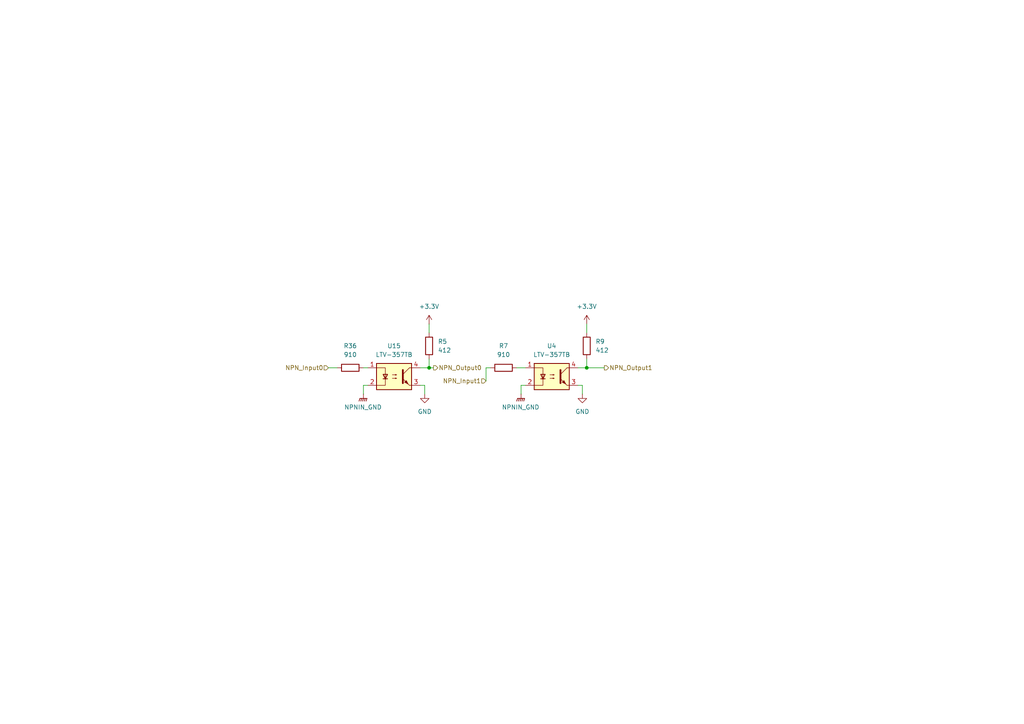
<source format=kicad_sch>
(kicad_sch
	(version 20250114)
	(generator "eeschema")
	(generator_version "9.0")
	(uuid "7efdc362-bb89-49bb-9e12-8599c529ea76")
	(paper "A4")
	(lib_symbols
		(symbol "Device:R"
			(pin_numbers
				(hide yes)
			)
			(pin_names
				(offset 0)
			)
			(exclude_from_sim no)
			(in_bom yes)
			(on_board yes)
			(property "Reference" "R"
				(at 2.032 0 90)
				(effects
					(font
						(size 1.27 1.27)
					)
				)
			)
			(property "Value" "R"
				(at 0 0 90)
				(effects
					(font
						(size 1.27 1.27)
					)
				)
			)
			(property "Footprint" ""
				(at -1.778 0 90)
				(effects
					(font
						(size 1.27 1.27)
					)
					(hide yes)
				)
			)
			(property "Datasheet" "~"
				(at 0 0 0)
				(effects
					(font
						(size 1.27 1.27)
					)
					(hide yes)
				)
			)
			(property "Description" "Resistor"
				(at 0 0 0)
				(effects
					(font
						(size 1.27 1.27)
					)
					(hide yes)
				)
			)
			(property "ki_keywords" "R res resistor"
				(at 0 0 0)
				(effects
					(font
						(size 1.27 1.27)
					)
					(hide yes)
				)
			)
			(property "ki_fp_filters" "R_*"
				(at 0 0 0)
				(effects
					(font
						(size 1.27 1.27)
					)
					(hide yes)
				)
			)
			(symbol "R_0_1"
				(rectangle
					(start -1.016 -2.54)
					(end 1.016 2.54)
					(stroke
						(width 0.254)
						(type default)
					)
					(fill
						(type none)
					)
				)
			)
			(symbol "R_1_1"
				(pin passive line
					(at 0 3.81 270)
					(length 1.27)
					(name "~"
						(effects
							(font
								(size 1.27 1.27)
							)
						)
					)
					(number "1"
						(effects
							(font
								(size 1.27 1.27)
							)
						)
					)
				)
				(pin passive line
					(at 0 -3.81 90)
					(length 1.27)
					(name "~"
						(effects
							(font
								(size 1.27 1.27)
							)
						)
					)
					(number "2"
						(effects
							(font
								(size 1.27 1.27)
							)
						)
					)
				)
			)
			(embedded_fonts no)
		)
		(symbol "Isolator:LTV-357T"
			(pin_names
				(offset 1.016)
			)
			(exclude_from_sim no)
			(in_bom yes)
			(on_board yes)
			(property "Reference" "U"
				(at -5.334 4.826 0)
				(effects
					(font
						(size 1.27 1.27)
					)
					(justify left)
				)
			)
			(property "Value" "LTV-357T"
				(at 0 5.08 0)
				(effects
					(font
						(size 1.27 1.27)
					)
					(justify left)
				)
			)
			(property "Footprint" "Package_SO:SO-4_4.4x3.6mm_P2.54mm"
				(at -5.08 -5.08 0)
				(effects
					(font
						(size 1.27 1.27)
						(italic yes)
					)
					(justify left)
					(hide yes)
				)
			)
			(property "Datasheet" "https://www.buerklin.com/medias/sys_master/download/download/h91/ha0/8892020588574.pdf"
				(at 0 0 0)
				(effects
					(font
						(size 1.27 1.27)
					)
					(justify left)
					(hide yes)
				)
			)
			(property "Description" "DC Optocoupler, Vce 35V, CTR 50%, SO-4"
				(at 0 0 0)
				(effects
					(font
						(size 1.27 1.27)
					)
					(hide yes)
				)
			)
			(property "ki_keywords" "NPN DC Optocoupler"
				(at 0 0 0)
				(effects
					(font
						(size 1.27 1.27)
					)
					(hide yes)
				)
			)
			(property "ki_fp_filters" "SO*4.4x3.6mm*P2.54mm*"
				(at 0 0 0)
				(effects
					(font
						(size 1.27 1.27)
					)
					(hide yes)
				)
			)
			(symbol "LTV-357T_0_1"
				(rectangle
					(start -5.08 3.81)
					(end 5.08 -3.81)
					(stroke
						(width 0.254)
						(type default)
					)
					(fill
						(type background)
					)
				)
				(polyline
					(pts
						(xy -5.08 2.54) (xy -2.54 2.54) (xy -2.54 -0.762)
					)
					(stroke
						(width 0)
						(type default)
					)
					(fill
						(type none)
					)
				)
				(polyline
					(pts
						(xy -3.175 -0.635) (xy -1.905 -0.635)
					)
					(stroke
						(width 0.254)
						(type default)
					)
					(fill
						(type none)
					)
				)
				(polyline
					(pts
						(xy -2.54 -0.635) (xy -2.54 -2.54) (xy -5.08 -2.54)
					)
					(stroke
						(width 0)
						(type default)
					)
					(fill
						(type none)
					)
				)
				(polyline
					(pts
						(xy -2.54 -0.635) (xy -3.175 0.635) (xy -1.905 0.635) (xy -2.54 -0.635)
					)
					(stroke
						(width 0.254)
						(type default)
					)
					(fill
						(type none)
					)
				)
				(polyline
					(pts
						(xy -0.508 0.508) (xy 0.762 0.508) (xy 0.381 0.381) (xy 0.381 0.635) (xy 0.762 0.508)
					)
					(stroke
						(width 0)
						(type default)
					)
					(fill
						(type none)
					)
				)
				(polyline
					(pts
						(xy -0.508 -0.508) (xy 0.762 -0.508) (xy 0.381 -0.635) (xy 0.381 -0.381) (xy 0.762 -0.508)
					)
					(stroke
						(width 0)
						(type default)
					)
					(fill
						(type none)
					)
				)
				(polyline
					(pts
						(xy 2.54 1.905) (xy 2.54 -1.905) (xy 2.54 -1.905)
					)
					(stroke
						(width 0.508)
						(type default)
					)
					(fill
						(type none)
					)
				)
				(polyline
					(pts
						(xy 2.54 0.635) (xy 4.445 2.54)
					)
					(stroke
						(width 0)
						(type default)
					)
					(fill
						(type none)
					)
				)
				(polyline
					(pts
						(xy 3.048 -1.651) (xy 3.556 -1.143) (xy 4.064 -2.159) (xy 3.048 -1.651) (xy 3.048 -1.651)
					)
					(stroke
						(width 0)
						(type default)
					)
					(fill
						(type outline)
					)
				)
				(polyline
					(pts
						(xy 4.445 2.54) (xy 5.08 2.54)
					)
					(stroke
						(width 0)
						(type default)
					)
					(fill
						(type none)
					)
				)
				(polyline
					(pts
						(xy 4.445 -2.54) (xy 2.54 -0.635)
					)
					(stroke
						(width 0)
						(type default)
					)
					(fill
						(type outline)
					)
				)
				(polyline
					(pts
						(xy 4.445 -2.54) (xy 5.08 -2.54)
					)
					(stroke
						(width 0)
						(type default)
					)
					(fill
						(type none)
					)
				)
			)
			(symbol "LTV-357T_1_1"
				(pin passive line
					(at -7.62 2.54 0)
					(length 2.54)
					(name "~"
						(effects
							(font
								(size 1.27 1.27)
							)
						)
					)
					(number "1"
						(effects
							(font
								(size 1.27 1.27)
							)
						)
					)
				)
				(pin passive line
					(at -7.62 -2.54 0)
					(length 2.54)
					(name "~"
						(effects
							(font
								(size 1.27 1.27)
							)
						)
					)
					(number "2"
						(effects
							(font
								(size 1.27 1.27)
							)
						)
					)
				)
				(pin passive line
					(at 7.62 2.54 180)
					(length 2.54)
					(name "~"
						(effects
							(font
								(size 1.27 1.27)
							)
						)
					)
					(number "4"
						(effects
							(font
								(size 1.27 1.27)
							)
						)
					)
				)
				(pin passive line
					(at 7.62 -2.54 180)
					(length 2.54)
					(name "~"
						(effects
							(font
								(size 1.27 1.27)
							)
						)
					)
					(number "3"
						(effects
							(font
								(size 1.27 1.27)
							)
						)
					)
				)
			)
			(embedded_fonts no)
		)
		(symbol "power:+3.3V"
			(power)
			(pin_numbers
				(hide yes)
			)
			(pin_names
				(offset 0)
				(hide yes)
			)
			(exclude_from_sim no)
			(in_bom yes)
			(on_board yes)
			(property "Reference" "#PWR"
				(at 0 -3.81 0)
				(effects
					(font
						(size 1.27 1.27)
					)
					(hide yes)
				)
			)
			(property "Value" "+3.3V"
				(at 0 3.556 0)
				(effects
					(font
						(size 1.27 1.27)
					)
				)
			)
			(property "Footprint" ""
				(at 0 0 0)
				(effects
					(font
						(size 1.27 1.27)
					)
					(hide yes)
				)
			)
			(property "Datasheet" ""
				(at 0 0 0)
				(effects
					(font
						(size 1.27 1.27)
					)
					(hide yes)
				)
			)
			(property "Description" "Power symbol creates a global label with name \"+3.3V\""
				(at 0 0 0)
				(effects
					(font
						(size 1.27 1.27)
					)
					(hide yes)
				)
			)
			(property "ki_keywords" "global power"
				(at 0 0 0)
				(effects
					(font
						(size 1.27 1.27)
					)
					(hide yes)
				)
			)
			(symbol "+3.3V_0_1"
				(polyline
					(pts
						(xy -0.762 1.27) (xy 0 2.54)
					)
					(stroke
						(width 0)
						(type default)
					)
					(fill
						(type none)
					)
				)
				(polyline
					(pts
						(xy 0 2.54) (xy 0.762 1.27)
					)
					(stroke
						(width 0)
						(type default)
					)
					(fill
						(type none)
					)
				)
				(polyline
					(pts
						(xy 0 0) (xy 0 2.54)
					)
					(stroke
						(width 0)
						(type default)
					)
					(fill
						(type none)
					)
				)
			)
			(symbol "+3.3V_1_1"
				(pin power_in line
					(at 0 0 90)
					(length 0)
					(name "~"
						(effects
							(font
								(size 1.27 1.27)
							)
						)
					)
					(number "1"
						(effects
							(font
								(size 1.27 1.27)
							)
						)
					)
				)
			)
			(embedded_fonts no)
		)
		(symbol "power:GND"
			(power)
			(pin_numbers
				(hide yes)
			)
			(pin_names
				(offset 0)
				(hide yes)
			)
			(exclude_from_sim no)
			(in_bom yes)
			(on_board yes)
			(property "Reference" "#PWR"
				(at 0 -6.35 0)
				(effects
					(font
						(size 1.27 1.27)
					)
					(hide yes)
				)
			)
			(property "Value" "GND"
				(at 0 -3.81 0)
				(effects
					(font
						(size 1.27 1.27)
					)
				)
			)
			(property "Footprint" ""
				(at 0 0 0)
				(effects
					(font
						(size 1.27 1.27)
					)
					(hide yes)
				)
			)
			(property "Datasheet" ""
				(at 0 0 0)
				(effects
					(font
						(size 1.27 1.27)
					)
					(hide yes)
				)
			)
			(property "Description" "Power symbol creates a global label with name \"GND\" , ground"
				(at 0 0 0)
				(effects
					(font
						(size 1.27 1.27)
					)
					(hide yes)
				)
			)
			(property "ki_keywords" "global power"
				(at 0 0 0)
				(effects
					(font
						(size 1.27 1.27)
					)
					(hide yes)
				)
			)
			(symbol "GND_0_1"
				(polyline
					(pts
						(xy 0 0) (xy 0 -1.27) (xy 1.27 -1.27) (xy 0 -2.54) (xy -1.27 -1.27) (xy 0 -1.27)
					)
					(stroke
						(width 0)
						(type default)
					)
					(fill
						(type none)
					)
				)
			)
			(symbol "GND_1_1"
				(pin power_in line
					(at 0 0 270)
					(length 0)
					(name "~"
						(effects
							(font
								(size 1.27 1.27)
							)
						)
					)
					(number "1"
						(effects
							(font
								(size 1.27 1.27)
							)
						)
					)
				)
			)
			(embedded_fonts no)
		)
		(symbol "power:GNDPWR"
			(power)
			(pin_numbers
				(hide yes)
			)
			(pin_names
				(offset 0)
				(hide yes)
			)
			(exclude_from_sim no)
			(in_bom yes)
			(on_board yes)
			(property "Reference" "#PWR"
				(at 0 -5.08 0)
				(effects
					(font
						(size 1.27 1.27)
					)
					(hide yes)
				)
			)
			(property "Value" "GNDPWR"
				(at 0 -3.302 0)
				(effects
					(font
						(size 1.27 1.27)
					)
				)
			)
			(property "Footprint" ""
				(at 0 -1.27 0)
				(effects
					(font
						(size 1.27 1.27)
					)
					(hide yes)
				)
			)
			(property "Datasheet" ""
				(at 0 -1.27 0)
				(effects
					(font
						(size 1.27 1.27)
					)
					(hide yes)
				)
			)
			(property "Description" "Power symbol creates a global label with name \"GNDPWR\" , global ground"
				(at 0 0 0)
				(effects
					(font
						(size 1.27 1.27)
					)
					(hide yes)
				)
			)
			(property "ki_keywords" "global ground"
				(at 0 0 0)
				(effects
					(font
						(size 1.27 1.27)
					)
					(hide yes)
				)
			)
			(symbol "GNDPWR_0_1"
				(polyline
					(pts
						(xy -1.016 -1.27) (xy -1.27 -2.032) (xy -1.27 -2.032)
					)
					(stroke
						(width 0.2032)
						(type default)
					)
					(fill
						(type none)
					)
				)
				(polyline
					(pts
						(xy -0.508 -1.27) (xy -0.762 -2.032) (xy -0.762 -2.032)
					)
					(stroke
						(width 0.2032)
						(type default)
					)
					(fill
						(type none)
					)
				)
				(polyline
					(pts
						(xy 0 -1.27) (xy 0 0)
					)
					(stroke
						(width 0)
						(type default)
					)
					(fill
						(type none)
					)
				)
				(polyline
					(pts
						(xy 0 -1.27) (xy -0.254 -2.032) (xy -0.254 -2.032)
					)
					(stroke
						(width 0.2032)
						(type default)
					)
					(fill
						(type none)
					)
				)
				(polyline
					(pts
						(xy 0.508 -1.27) (xy 0.254 -2.032) (xy 0.254 -2.032)
					)
					(stroke
						(width 0.2032)
						(type default)
					)
					(fill
						(type none)
					)
				)
				(polyline
					(pts
						(xy 1.016 -1.27) (xy -1.016 -1.27) (xy -1.016 -1.27)
					)
					(stroke
						(width 0.2032)
						(type default)
					)
					(fill
						(type none)
					)
				)
				(polyline
					(pts
						(xy 1.016 -1.27) (xy 0.762 -2.032) (xy 0.762 -2.032) (xy 0.762 -2.032)
					)
					(stroke
						(width 0.2032)
						(type default)
					)
					(fill
						(type none)
					)
				)
			)
			(symbol "GNDPWR_1_1"
				(pin power_in line
					(at 0 0 270)
					(length 0)
					(name "~"
						(effects
							(font
								(size 1.27 1.27)
							)
						)
					)
					(number "1"
						(effects
							(font
								(size 1.27 1.27)
							)
						)
					)
				)
			)
			(embedded_fonts no)
		)
	)
	(junction
		(at 124.46 106.68)
		(diameter 0)
		(color 0 0 0 0)
		(uuid "b1b978f1-fa1d-4e75-9127-2f4490200879")
	)
	(junction
		(at 170.18 106.68)
		(diameter 0)
		(color 0 0 0 0)
		(uuid "b4911714-ef9b-4b3d-b966-46cfe924297b")
	)
	(wire
		(pts
			(xy 151.13 111.76) (xy 152.4 111.76)
		)
		(stroke
			(width 0)
			(type default)
		)
		(uuid "063126ca-eb74-4f8f-b519-52d8416eb5d6")
	)
	(wire
		(pts
			(xy 124.46 93.98) (xy 124.46 96.52)
		)
		(stroke
			(width 0)
			(type default)
		)
		(uuid "14803e49-15b9-4418-b396-2d7ff9cc4ae8")
	)
	(wire
		(pts
			(xy 121.92 106.68) (xy 124.46 106.68)
		)
		(stroke
			(width 0)
			(type default)
		)
		(uuid "1930bfa6-b368-4906-ad0c-96f3c1ebe656")
	)
	(wire
		(pts
			(xy 168.91 114.3) (xy 168.91 111.76)
		)
		(stroke
			(width 0)
			(type default)
		)
		(uuid "1ab37dd1-94cb-4c29-acf7-f6cc932df4fb")
	)
	(wire
		(pts
			(xy 140.97 110.49) (xy 140.97 106.68)
		)
		(stroke
			(width 0)
			(type default)
		)
		(uuid "1e005832-574f-4167-afae-32698d91d711")
	)
	(wire
		(pts
			(xy 105.41 114.3) (xy 105.41 111.76)
		)
		(stroke
			(width 0)
			(type default)
		)
		(uuid "1f5af47b-76e1-43be-a844-ceb1e2570136")
	)
	(wire
		(pts
			(xy 170.18 93.98) (xy 170.18 96.52)
		)
		(stroke
			(width 0)
			(type default)
		)
		(uuid "25fd4bb0-6b30-432e-90c6-c78de663bf81")
	)
	(wire
		(pts
			(xy 151.13 114.3) (xy 151.13 111.76)
		)
		(stroke
			(width 0)
			(type default)
		)
		(uuid "35ce0b78-3284-4427-81ff-e3532219e6a3")
	)
	(wire
		(pts
			(xy 170.18 106.68) (xy 170.18 104.14)
		)
		(stroke
			(width 0)
			(type default)
		)
		(uuid "4df29b95-11d5-49f7-a654-a858d9145199")
	)
	(wire
		(pts
			(xy 124.46 106.68) (xy 124.46 104.14)
		)
		(stroke
			(width 0)
			(type default)
		)
		(uuid "606537c3-0642-4452-9cce-f55a9c7a598b")
	)
	(wire
		(pts
			(xy 123.19 114.3) (xy 123.19 111.76)
		)
		(stroke
			(width 0)
			(type default)
		)
		(uuid "8e36cf4a-8e99-44f3-9714-8add7b6d57cd")
	)
	(wire
		(pts
			(xy 105.41 106.68) (xy 106.68 106.68)
		)
		(stroke
			(width 0)
			(type default)
		)
		(uuid "a84a1947-6c21-48d9-873b-6e52f77801f9")
	)
	(wire
		(pts
			(xy 167.64 111.76) (xy 168.91 111.76)
		)
		(stroke
			(width 0)
			(type default)
		)
		(uuid "b1230356-9c18-4a6d-9709-cf6f4bf06b73")
	)
	(wire
		(pts
			(xy 124.46 106.68) (xy 125.73 106.68)
		)
		(stroke
			(width 0)
			(type default)
		)
		(uuid "b2ccd228-9799-4bb3-a76c-cd6c83687921")
	)
	(wire
		(pts
			(xy 105.41 111.76) (xy 106.68 111.76)
		)
		(stroke
			(width 0)
			(type default)
		)
		(uuid "b7d3c28c-5669-4f36-a00c-2dd3556ac253")
	)
	(wire
		(pts
			(xy 167.64 106.68) (xy 170.18 106.68)
		)
		(stroke
			(width 0)
			(type default)
		)
		(uuid "c2440d70-1ca6-42bb-95a8-84265b5465cd")
	)
	(wire
		(pts
			(xy 121.92 111.76) (xy 123.19 111.76)
		)
		(stroke
			(width 0)
			(type default)
		)
		(uuid "cecff3f3-2ac3-4679-a000-d3f6155a4fc4")
	)
	(wire
		(pts
			(xy 95.25 106.68) (xy 97.79 106.68)
		)
		(stroke
			(width 0)
			(type default)
		)
		(uuid "d2783b0c-f711-43c5-8dc8-d2854e9461fe")
	)
	(wire
		(pts
			(xy 140.97 106.68) (xy 142.24 106.68)
		)
		(stroke
			(width 0)
			(type default)
		)
		(uuid "d8104498-804a-43f5-a751-6437f4edf877")
	)
	(wire
		(pts
			(xy 170.18 106.68) (xy 175.26 106.68)
		)
		(stroke
			(width 0)
			(type default)
		)
		(uuid "f59ef55b-1f49-4c71-b9bf-5ed730537685")
	)
	(wire
		(pts
			(xy 149.86 106.68) (xy 152.4 106.68)
		)
		(stroke
			(width 0)
			(type default)
		)
		(uuid "fec118de-df19-43cc-b135-cde888ffbd1c")
	)
	(hierarchical_label "NPN_Input1"
		(shape input)
		(at 140.97 110.49 180)
		(effects
			(font
				(size 1.27 1.27)
			)
			(justify right)
		)
		(uuid "2456ac9b-037a-4560-b664-114d69ef5f0e")
	)
	(hierarchical_label "NPN_Input0"
		(shape input)
		(at 95.25 106.68 180)
		(effects
			(font
				(size 1.27 1.27)
			)
			(justify right)
		)
		(uuid "7bf1a91f-93d6-4c40-84fb-0d3071f89775")
	)
	(hierarchical_label "NPN_Output0"
		(shape output)
		(at 125.73 106.68 0)
		(effects
			(font
				(size 1.27 1.27)
			)
			(justify left)
		)
		(uuid "e2844a4b-eb0e-49ce-a252-49694760a569")
	)
	(hierarchical_label "NPN_Output1"
		(shape output)
		(at 175.26 106.68 0)
		(effects
			(font
				(size 1.27 1.27)
			)
			(justify left)
		)
		(uuid "e7853f4b-dd63-4357-b713-78502c139c83")
	)
	(symbol
		(lib_id "power:GNDPWR")
		(at 105.41 114.3 0)
		(unit 1)
		(exclude_from_sim no)
		(in_bom yes)
		(on_board yes)
		(dnp no)
		(fields_autoplaced yes)
		(uuid "3caa5aca-b9de-4308-8931-af8754804b91")
		(property "Reference" "#PWR0101"
			(at 105.41 119.38 0)
			(effects
				(font
					(size 1.27 1.27)
				)
				(hide yes)
			)
		)
		(property "Value" "NPNIN_GND"
			(at 105.283 118.11 0)
			(effects
				(font
					(size 1.27 1.27)
				)
			)
		)
		(property "Footprint" ""
			(at 105.41 115.57 0)
			(effects
				(font
					(size 1.27 1.27)
				)
				(hide yes)
			)
		)
		(property "Datasheet" ""
			(at 105.41 115.57 0)
			(effects
				(font
					(size 1.27 1.27)
				)
				(hide yes)
			)
		)
		(property "Description" "Power symbol creates a global label with name \"GNDPWR\" , global ground"
			(at 105.41 114.3 0)
			(effects
				(font
					(size 1.27 1.27)
				)
				(hide yes)
			)
		)
		(pin "1"
			(uuid "14dc37e6-5262-48ad-929b-16ffcbb4d992")
		)
		(instances
			(project "NIVARA"
				(path "/8290cc18-06d0-4e02-a781-29a61ebc321a/9e4d7a0c-a5eb-4e88-9036-0c35e68b279a/d622ea12-fe2d-4cf1-abd0-941db96d5f54"
					(reference "#PWR0101")
					(unit 1)
				)
			)
		)
	)
	(symbol
		(lib_id "power:GND")
		(at 123.19 114.3 0)
		(unit 1)
		(exclude_from_sim no)
		(in_bom yes)
		(on_board yes)
		(dnp no)
		(fields_autoplaced yes)
		(uuid "54c0ad1a-953e-4579-9b77-ae2c5309bfc3")
		(property "Reference" "#PWR0102"
			(at 123.19 120.65 0)
			(effects
				(font
					(size 1.27 1.27)
				)
				(hide yes)
			)
		)
		(property "Value" "GND"
			(at 123.19 119.38 0)
			(effects
				(font
					(size 1.27 1.27)
				)
			)
		)
		(property "Footprint" ""
			(at 123.19 114.3 0)
			(effects
				(font
					(size 1.27 1.27)
				)
				(hide yes)
			)
		)
		(property "Datasheet" ""
			(at 123.19 114.3 0)
			(effects
				(font
					(size 1.27 1.27)
				)
				(hide yes)
			)
		)
		(property "Description" "Power symbol creates a global label with name \"GND\" , ground"
			(at 123.19 114.3 0)
			(effects
				(font
					(size 1.27 1.27)
				)
				(hide yes)
			)
		)
		(pin "1"
			(uuid "ed23d08f-80bc-4a32-b01f-f7783e51e2c8")
		)
		(instances
			(project "NIVARA"
				(path "/8290cc18-06d0-4e02-a781-29a61ebc321a/9e4d7a0c-a5eb-4e88-9036-0c35e68b279a/d622ea12-fe2d-4cf1-abd0-941db96d5f54"
					(reference "#PWR0102")
					(unit 1)
				)
			)
		)
	)
	(symbol
		(lib_id "power:+3.3V")
		(at 170.18 93.98 0)
		(unit 1)
		(exclude_from_sim no)
		(in_bom yes)
		(on_board yes)
		(dnp no)
		(fields_autoplaced yes)
		(uuid "67b06975-ff14-4b9c-a3a7-352ad56452e4")
		(property "Reference" "#PWR032"
			(at 170.18 97.79 0)
			(effects
				(font
					(size 1.27 1.27)
				)
				(hide yes)
			)
		)
		(property "Value" "+3.3V"
			(at 170.18 88.9 0)
			(effects
				(font
					(size 1.27 1.27)
				)
			)
		)
		(property "Footprint" ""
			(at 170.18 93.98 0)
			(effects
				(font
					(size 1.27 1.27)
				)
				(hide yes)
			)
		)
		(property "Datasheet" ""
			(at 170.18 93.98 0)
			(effects
				(font
					(size 1.27 1.27)
				)
				(hide yes)
			)
		)
		(property "Description" "Power symbol creates a global label with name \"+3.3V\""
			(at 170.18 93.98 0)
			(effects
				(font
					(size 1.27 1.27)
				)
				(hide yes)
			)
		)
		(pin "1"
			(uuid "28bdfde1-7583-4fbf-956f-41a285643c42")
		)
		(instances
			(project "NIVARA"
				(path "/8290cc18-06d0-4e02-a781-29a61ebc321a/9e4d7a0c-a5eb-4e88-9036-0c35e68b279a/d622ea12-fe2d-4cf1-abd0-941db96d5f54"
					(reference "#PWR032")
					(unit 1)
				)
			)
		)
	)
	(symbol
		(lib_id "Device:R")
		(at 146.05 106.68 90)
		(unit 1)
		(exclude_from_sim no)
		(in_bom yes)
		(on_board yes)
		(dnp no)
		(fields_autoplaced yes)
		(uuid "83b3df02-6141-43ac-9569-621f000bbd39")
		(property "Reference" "R7"
			(at 146.05 100.33 90)
			(effects
				(font
					(size 1.27 1.27)
				)
			)
		)
		(property "Value" "910"
			(at 146.05 102.87 90)
			(effects
				(font
					(size 1.27 1.27)
				)
			)
		)
		(property "Footprint" "Resistor_SMD:R_0603_1608Metric"
			(at 146.05 108.458 90)
			(effects
				(font
					(size 1.27 1.27)
				)
				(hide yes)
			)
		)
		(property "Datasheet" "~"
			(at 146.05 106.68 0)
			(effects
				(font
					(size 1.27 1.27)
				)
				(hide yes)
			)
		)
		(property "Description" "Resistor"
			(at 146.05 106.68 0)
			(effects
				(font
					(size 1.27 1.27)
				)
				(hide yes)
			)
		)
		(property "LCSC#" "C114670"
			(at 146.05 106.68 90)
			(effects
				(font
					(size 1.27 1.27)
				)
				(hide yes)
			)
		)
		(pin "1"
			(uuid "086cf230-b114-43b5-aecf-d9e24df40992")
		)
		(pin "2"
			(uuid "ba869ee3-1253-40b3-9dfd-c6199f24a9d7")
		)
		(instances
			(project "NIVARA"
				(path "/8290cc18-06d0-4e02-a781-29a61ebc321a/9e4d7a0c-a5eb-4e88-9036-0c35e68b279a/d622ea12-fe2d-4cf1-abd0-941db96d5f54"
					(reference "R7")
					(unit 1)
				)
			)
		)
	)
	(symbol
		(lib_id "Device:R")
		(at 124.46 100.33 180)
		(unit 1)
		(exclude_from_sim no)
		(in_bom yes)
		(on_board yes)
		(dnp no)
		(fields_autoplaced yes)
		(uuid "a5b64f97-30fc-42b9-b5c2-9ab9975ec60f")
		(property "Reference" "R5"
			(at 127 99.0599 0)
			(effects
				(font
					(size 1.27 1.27)
				)
				(justify right)
			)
		)
		(property "Value" "412"
			(at 127 101.5999 0)
			(effects
				(font
					(size 1.27 1.27)
				)
				(justify right)
			)
		)
		(property "Footprint" ""
			(at 126.238 100.33 90)
			(effects
				(font
					(size 1.27 1.27)
				)
				(hide yes)
			)
		)
		(property "Datasheet" "~"
			(at 124.46 100.33 0)
			(effects
				(font
					(size 1.27 1.27)
				)
				(hide yes)
			)
		)
		(property "Description" "Resistor"
			(at 124.46 100.33 0)
			(effects
				(font
					(size 1.27 1.27)
				)
				(hide yes)
			)
		)
		(pin "1"
			(uuid "b289aa6c-fdb7-4c69-9f91-19b5dc579df6")
		)
		(pin "2"
			(uuid "9969d41e-fd5e-4117-98cb-370c603ffe7e")
		)
		(instances
			(project "NIVARA"
				(path "/8290cc18-06d0-4e02-a781-29a61ebc321a/9e4d7a0c-a5eb-4e88-9036-0c35e68b279a/d622ea12-fe2d-4cf1-abd0-941db96d5f54"
					(reference "R5")
					(unit 1)
				)
			)
		)
	)
	(symbol
		(lib_id "power:GNDPWR")
		(at 151.13 114.3 0)
		(unit 1)
		(exclude_from_sim no)
		(in_bom yes)
		(on_board yes)
		(dnp no)
		(fields_autoplaced yes)
		(uuid "a8819379-5eb1-4f2e-a43b-d81fa936d953")
		(property "Reference" "#PWR030"
			(at 151.13 119.38 0)
			(effects
				(font
					(size 1.27 1.27)
				)
				(hide yes)
			)
		)
		(property "Value" "NPNIN_GND"
			(at 151.003 118.11 0)
			(effects
				(font
					(size 1.27 1.27)
				)
			)
		)
		(property "Footprint" ""
			(at 151.13 115.57 0)
			(effects
				(font
					(size 1.27 1.27)
				)
				(hide yes)
			)
		)
		(property "Datasheet" ""
			(at 151.13 115.57 0)
			(effects
				(font
					(size 1.27 1.27)
				)
				(hide yes)
			)
		)
		(property "Description" "Power symbol creates a global label with name \"GNDPWR\" , global ground"
			(at 151.13 114.3 0)
			(effects
				(font
					(size 1.27 1.27)
				)
				(hide yes)
			)
		)
		(pin "1"
			(uuid "9b818417-60ae-4c03-97a7-618270a4b914")
		)
		(instances
			(project "NIVARA"
				(path "/8290cc18-06d0-4e02-a781-29a61ebc321a/9e4d7a0c-a5eb-4e88-9036-0c35e68b279a/d622ea12-fe2d-4cf1-abd0-941db96d5f54"
					(reference "#PWR030")
					(unit 1)
				)
			)
		)
	)
	(symbol
		(lib_id "Isolator:LTV-357T")
		(at 114.3 109.22 0)
		(unit 1)
		(exclude_from_sim no)
		(in_bom yes)
		(on_board yes)
		(dnp no)
		(fields_autoplaced yes)
		(uuid "b2fa5c26-bbd3-4db2-b952-f1ca26024f3a")
		(property "Reference" "U15"
			(at 114.3 100.33 0)
			(effects
				(font
					(size 1.27 1.27)
				)
			)
		)
		(property "Value" "LTV-357TB"
			(at 114.3 102.87 0)
			(effects
				(font
					(size 1.27 1.27)
				)
			)
		)
		(property "Footprint" "Package_SO:SO-4_4.4x3.6mm_P2.54mm"
			(at 109.22 114.3 0)
			(effects
				(font
					(size 1.27 1.27)
					(italic yes)
				)
				(justify left)
				(hide yes)
			)
		)
		(property "Datasheet" "https://www.buerklin.com/medias/sys_master/download/download/h91/ha0/8892020588574.pdf"
			(at 114.3 109.22 0)
			(effects
				(font
					(size 1.27 1.27)
				)
				(justify left)
				(hide yes)
			)
		)
		(property "Description" "DC Optocoupler, Vce 35V, CTR 50%, SO-4"
			(at 114.3 109.22 0)
			(effects
				(font
					(size 1.27 1.27)
				)
				(hide yes)
			)
		)
		(pin "3"
			(uuid "fae7e194-a150-4b2e-b8be-acbdc9c61e1b")
		)
		(pin "1"
			(uuid "47b519a8-dc43-45bb-a75c-d3a0b1ccc95a")
		)
		(pin "2"
			(uuid "7e7931be-f989-4c4f-94ee-1c6fd68172a1")
		)
		(pin "4"
			(uuid "5fc757c5-cc5c-4c43-8e2d-1c0354db5dc0")
		)
		(instances
			(project "NIVARA"
				(path "/8290cc18-06d0-4e02-a781-29a61ebc321a/9e4d7a0c-a5eb-4e88-9036-0c35e68b279a/d622ea12-fe2d-4cf1-abd0-941db96d5f54"
					(reference "U15")
					(unit 1)
				)
			)
		)
	)
	(symbol
		(lib_id "power:+3.3V")
		(at 124.46 93.98 0)
		(unit 1)
		(exclude_from_sim no)
		(in_bom yes)
		(on_board yes)
		(dnp no)
		(fields_autoplaced yes)
		(uuid "b6525b2a-8a76-4403-bb42-8a032ac5046a")
		(property "Reference" "#PWR0103"
			(at 124.46 97.79 0)
			(effects
				(font
					(size 1.27 1.27)
				)
				(hide yes)
			)
		)
		(property "Value" "+3.3V"
			(at 124.46 88.9 0)
			(effects
				(font
					(size 1.27 1.27)
				)
			)
		)
		(property "Footprint" ""
			(at 124.46 93.98 0)
			(effects
				(font
					(size 1.27 1.27)
				)
				(hide yes)
			)
		)
		(property "Datasheet" ""
			(at 124.46 93.98 0)
			(effects
				(font
					(size 1.27 1.27)
				)
				(hide yes)
			)
		)
		(property "Description" "Power symbol creates a global label with name \"+3.3V\""
			(at 124.46 93.98 0)
			(effects
				(font
					(size 1.27 1.27)
				)
				(hide yes)
			)
		)
		(pin "1"
			(uuid "c18fd532-d3e6-42b3-af61-c7194ee06852")
		)
		(instances
			(project "NIVARA"
				(path "/8290cc18-06d0-4e02-a781-29a61ebc321a/9e4d7a0c-a5eb-4e88-9036-0c35e68b279a/d622ea12-fe2d-4cf1-abd0-941db96d5f54"
					(reference "#PWR0103")
					(unit 1)
				)
			)
		)
	)
	(symbol
		(lib_id "power:GND")
		(at 168.91 114.3 0)
		(unit 1)
		(exclude_from_sim no)
		(in_bom yes)
		(on_board yes)
		(dnp no)
		(fields_autoplaced yes)
		(uuid "bb1cc529-cd99-4947-ab1d-bec200cfc162")
		(property "Reference" "#PWR031"
			(at 168.91 120.65 0)
			(effects
				(font
					(size 1.27 1.27)
				)
				(hide yes)
			)
		)
		(property "Value" "GND"
			(at 168.91 119.38 0)
			(effects
				(font
					(size 1.27 1.27)
				)
			)
		)
		(property "Footprint" ""
			(at 168.91 114.3 0)
			(effects
				(font
					(size 1.27 1.27)
				)
				(hide yes)
			)
		)
		(property "Datasheet" ""
			(at 168.91 114.3 0)
			(effects
				(font
					(size 1.27 1.27)
				)
				(hide yes)
			)
		)
		(property "Description" "Power symbol creates a global label with name \"GND\" , ground"
			(at 168.91 114.3 0)
			(effects
				(font
					(size 1.27 1.27)
				)
				(hide yes)
			)
		)
		(pin "1"
			(uuid "d2f01e2c-14a2-4084-9779-32db6a42726f")
		)
		(instances
			(project "NIVARA"
				(path "/8290cc18-06d0-4e02-a781-29a61ebc321a/9e4d7a0c-a5eb-4e88-9036-0c35e68b279a/d622ea12-fe2d-4cf1-abd0-941db96d5f54"
					(reference "#PWR031")
					(unit 1)
				)
			)
		)
	)
	(symbol
		(lib_id "Device:R")
		(at 101.6 106.68 90)
		(unit 1)
		(exclude_from_sim no)
		(in_bom yes)
		(on_board yes)
		(dnp no)
		(fields_autoplaced yes)
		(uuid "ca3c2ca2-e507-4035-af88-cc947bab56e2")
		(property "Reference" "R36"
			(at 101.6 100.33 90)
			(effects
				(font
					(size 1.27 1.27)
				)
			)
		)
		(property "Value" "910"
			(at 101.6 102.87 90)
			(effects
				(font
					(size 1.27 1.27)
				)
			)
		)
		(property "Footprint" "Resistor_SMD:R_0603_1608Metric"
			(at 101.6 108.458 90)
			(effects
				(font
					(size 1.27 1.27)
				)
				(hide yes)
			)
		)
		(property "Datasheet" "~"
			(at 101.6 106.68 0)
			(effects
				(font
					(size 1.27 1.27)
				)
				(hide yes)
			)
		)
		(property "Description" "Resistor"
			(at 101.6 106.68 0)
			(effects
				(font
					(size 1.27 1.27)
				)
				(hide yes)
			)
		)
		(property "LCSC#" "C114670"
			(at 101.6 106.68 90)
			(effects
				(font
					(size 1.27 1.27)
				)
				(hide yes)
			)
		)
		(pin "1"
			(uuid "6f8869d3-c643-4227-9403-8c1098641c08")
		)
		(pin "2"
			(uuid "179dc1d5-eda6-4218-9744-83b9543b41c8")
		)
		(instances
			(project "NIVARA"
				(path "/8290cc18-06d0-4e02-a781-29a61ebc321a/9e4d7a0c-a5eb-4e88-9036-0c35e68b279a/d622ea12-fe2d-4cf1-abd0-941db96d5f54"
					(reference "R36")
					(unit 1)
				)
			)
		)
	)
	(symbol
		(lib_id "Device:R")
		(at 170.18 100.33 180)
		(unit 1)
		(exclude_from_sim no)
		(in_bom yes)
		(on_board yes)
		(dnp no)
		(fields_autoplaced yes)
		(uuid "db074201-ecb2-42fa-aed1-9646ed26f0a6")
		(property "Reference" "R9"
			(at 172.72 99.0599 0)
			(effects
				(font
					(size 1.27 1.27)
				)
				(justify right)
			)
		)
		(property "Value" "412"
			(at 172.72 101.5999 0)
			(effects
				(font
					(size 1.27 1.27)
				)
				(justify right)
			)
		)
		(property "Footprint" ""
			(at 171.958 100.33 90)
			(effects
				(font
					(size 1.27 1.27)
				)
				(hide yes)
			)
		)
		(property "Datasheet" "~"
			(at 170.18 100.33 0)
			(effects
				(font
					(size 1.27 1.27)
				)
				(hide yes)
			)
		)
		(property "Description" "Resistor"
			(at 170.18 100.33 0)
			(effects
				(font
					(size 1.27 1.27)
				)
				(hide yes)
			)
		)
		(pin "1"
			(uuid "edcbf229-27b2-46d0-a9a9-2372352431b9")
		)
		(pin "2"
			(uuid "2bb98575-08d0-4617-b713-188714b6bcf3")
		)
		(instances
			(project "NIVARA"
				(path "/8290cc18-06d0-4e02-a781-29a61ebc321a/9e4d7a0c-a5eb-4e88-9036-0c35e68b279a/d622ea12-fe2d-4cf1-abd0-941db96d5f54"
					(reference "R9")
					(unit 1)
				)
			)
		)
	)
	(symbol
		(lib_id "Isolator:LTV-357T")
		(at 160.02 109.22 0)
		(unit 1)
		(exclude_from_sim no)
		(in_bom yes)
		(on_board yes)
		(dnp no)
		(fields_autoplaced yes)
		(uuid "fdbb2d1f-6726-414b-96f2-2571435d2571")
		(property "Reference" "U4"
			(at 160.02 100.33 0)
			(effects
				(font
					(size 1.27 1.27)
				)
			)
		)
		(property "Value" "LTV-357TB"
			(at 160.02 102.87 0)
			(effects
				(font
					(size 1.27 1.27)
				)
			)
		)
		(property "Footprint" "Package_SO:SO-4_4.4x3.6mm_P2.54mm"
			(at 154.94 114.3 0)
			(effects
				(font
					(size 1.27 1.27)
					(italic yes)
				)
				(justify left)
				(hide yes)
			)
		)
		(property "Datasheet" "https://www.buerklin.com/medias/sys_master/download/download/h91/ha0/8892020588574.pdf"
			(at 160.02 109.22 0)
			(effects
				(font
					(size 1.27 1.27)
				)
				(justify left)
				(hide yes)
			)
		)
		(property "Description" "DC Optocoupler, Vce 35V, CTR 50%, SO-4"
			(at 160.02 109.22 0)
			(effects
				(font
					(size 1.27 1.27)
				)
				(hide yes)
			)
		)
		(pin "3"
			(uuid "057ac0e0-2a4c-4405-82ff-64288d76565b")
		)
		(pin "1"
			(uuid "8ba5971f-a246-4c17-a7e6-ded2fd521125")
		)
		(pin "2"
			(uuid "1252e7e2-7184-4c56-b07d-61c5c98ab279")
		)
		(pin "4"
			(uuid "24bda9d4-dd45-4da8-b2f1-807b2da1167e")
		)
		(instances
			(project "NIVARA"
				(path "/8290cc18-06d0-4e02-a781-29a61ebc321a/9e4d7a0c-a5eb-4e88-9036-0c35e68b279a/d622ea12-fe2d-4cf1-abd0-941db96d5f54"
					(reference "U4")
					(unit 1)
				)
			)
		)
	)
)

</source>
